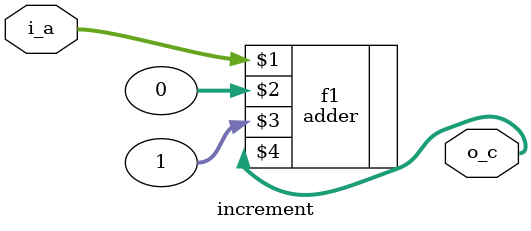
<source format=v>
`include "modules/adder.v"
/* verilator lint_off UNUSED */
module increment
  ( 
    i_a,
    o_c
    );
   
  input wire[7:0] i_a;
  output wire[7:0] o_c;
  
  adder f1(i_a, 0, 1, o_c);
endmodule

</source>
